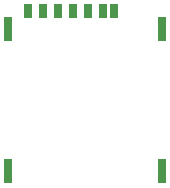
<source format=gtp>
G04 EAGLE Gerber RS-274X export*
G75*
%MOMM*%
%FSLAX34Y34*%
%LPD*%
%INSolderpaste Top*%
%IPPOS*%
%AMOC8*
5,1,8,0,0,1.08239X$1,22.5*%
G01*
%ADD10R,0.700000X2.100000*%
%ADD11R,0.650000X1.230000*%


D10*
X375950Y129000D03*
X246050Y129000D03*
X246050Y9000D03*
X375950Y9000D03*
D11*
X262750Y144350D03*
X275450Y144350D03*
X288150Y144350D03*
X300850Y144350D03*
X313550Y144350D03*
X326250Y144350D03*
X335750Y144350D03*
M02*

</source>
